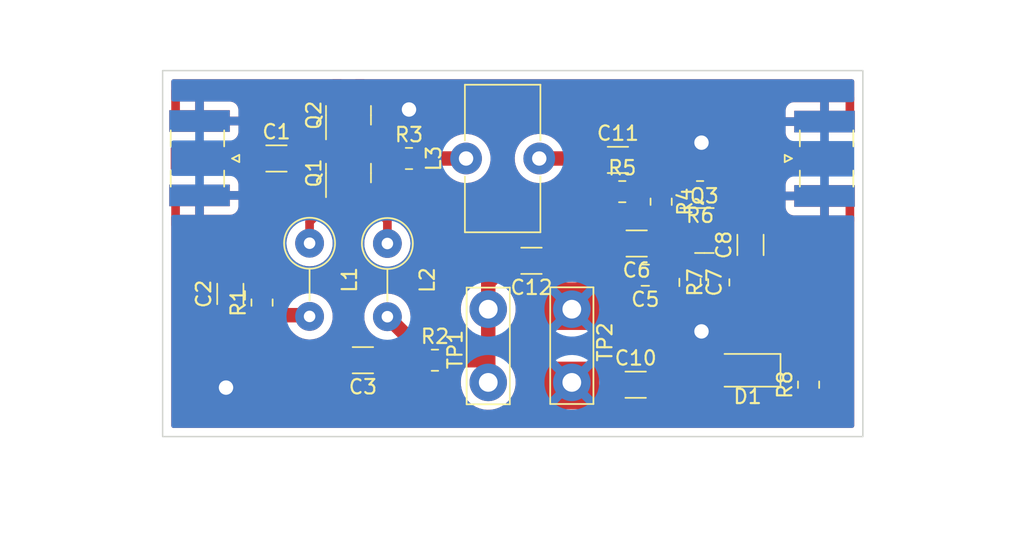
<source format=kicad_pcb>
(kicad_pcb (version 20211014) (generator pcbnew)
  (layers (0 "F.Cu" signal) (31 "B.Cu" signal) (34 "B.Paste" user) (35 "F.Paste" user) (36 "B.SilkS" user "B.Silkscreen") (37 "F.SilkS" user "F.Silkscreen") (38 "B.Mask" user) (39 "F.Mask" user) (44 "Edge.Cuts" user))
  (net 0 "")
  (net 1 "Net-(C1-Pad1)")
  (net 2 "Net-(C1-Pad2)")
  (net 3 "Net-(C2-Pad1)")
  (net 4 "GND")
  (net 5 "Net-(C3-Pad1)")
  (net 6 "+12V")
  (net 7 "Net-(C7-Pad1)")
  (net 8 "Net-(C8-Pad2)")
  (net 9 "Net-(D1-Pad1)")
  (net 10 "Net-(L2-Pad1)")
  (net 11 "Net-(L3-Pad1)")
  (net 12 "Net-(Q3-Pad1)")
  (net 13 "Net-(C11-Pad2)")
  (net 14 "Net-(C11-Pad1)")
  (footprint "Resistor_SMD:R_0805_2012Metric" (layer "F.Cu") (at 232.3 122.3)
    (fp_text reference "R5" (at 0 -1.65) (layer "F.SilkS"))
    (fp_text value "1k")
    (fp_line (start -0.227064 -0.735) (end 0.227064 -0.735) (layer "F.SilkS") (width 0.12))
    (fp_line (start -0.227064 0.735) (end 0.227064 0.735) (layer "F.SilkS") (width 0.12))
    (pad "1" smd roundrect (at -0.9125 0) (size 1.025 1.4) (layers "F.Cu" "F.Paste" "F.Mask") (roundrect_rratio 0.243902439) (net 4 "GND"))
    (pad "2" smd roundrect (at 0.9125 0) (size 1.025 1.4) (layers "F.Cu" "F.Paste" "F.Mask") (roundrect_rratio 0.243902439) (net 13 "Net-(C11-Pad2)"))
  )
  (footprint "current-supply:SMA-edge-mount" (layer "F.Cu") (at 202.9625 120 -90)
    (fp_text reference "J1" hide)
    (fp_text value "RFIN")
    (fp_line (start 0.84 2) (end 1.95 2) (layer "F.SilkS") (width 0.12))
    (fp_line (start -1.95 2) (end -0.84 2) (layer "F.SilkS") (width 0.12))
    (fp_line (start 0.25 -2.76) (end -0.25 -2.76) (layer "F.SilkS") (width 0.12))
    (fp_line (start -0.25 -2.76) (end 0 -2.26) (layer "F.SilkS") (width 0.12))
    (fp_line (start 0.84 -1.71) (end 1.95 -1.71) (layer "F.SilkS") (width 0.12))
    (fp_line (start 0 -2.26) (end 0.25 -2.76) (layer "F.SilkS") (width 0.12))
    (fp_line (start -1.95 -1.71) (end -0.84 -1.71) (layer "F.SilkS") (width 0.12))
    (pad "1" smd rect (at 0 0.2 270) (size 1.5 3.6) (layers "F.Cu" "F.Paste" "F.Mask") (net 1 "Net-(C1-Pad1)"))
    (pad "2" smd rect (at -2.6 0 270) (size 1.5 4.2) (layers "F.Cu" "F.Paste" "F.Mask") (net 4 "GND"))
    (pad "2" smd rect (at 2.56 0 270) (size 1.5 4.2) (layers "B.Cu" "B.Paste" "B.Mask") (net 4 "GND"))
    (pad "2" smd rect (at 2.56 0 270) (size 1.5 4.2) (layers "F.Cu" "F.Paste" "F.Mask") (net 4 "GND"))
    (pad "2" smd rect (at -2.6 0 270) (size 1.5 4.2) (layers "B.Cu" "B.Paste" "B.Mask") (net 4 "GND"))
  )
  (footprint "Capacitor_SMD:C_1206_3216Metric" (layer "F.Cu") (at 208.3 120)
    (fp_text reference "C1" (at 0 -1.85) (layer "F.SilkS"))
    (fp_text value "100n")
    (fp_line (start -0.711252 0.91) (end 0.711252 0.91) (layer "F.SilkS") (width 0.12))
    (fp_line (start -0.711252 -0.91) (end 0.711252 -0.91) (layer "F.SilkS") (width 0.12))
    (pad "1" smd roundrect (at -1.475 0) (size 1.15 1.8) (layers "F.Cu" "F.Paste" "F.Mask") (roundrect_rratio 0.2173913043) (net 1 "Net-(C1-Pad1)"))
    (pad "2" smd roundrect (at 1.475 0) (size 1.15 1.8) (layers "F.Cu" "F.Paste" "F.Mask") (roundrect_rratio 0.2173913043) (net 2 "Net-(C1-Pad2)"))
  )
  (footprint "current-supply:SMA-edge-mount" (layer "F.Cu") (at 246.3375 120 90)
    (fp_text reference "J2" hide)
    (fp_text value "RFOUT")
    (fp_line (start -0.25 -2.76) (end 0 -2.26) (layer "F.SilkS") (width 0.12))
    (fp_line (start 0.25 -2.76) (end -0.25 -2.76) (layer "F.SilkS") (width 0.12))
    (fp_line (start -1.95 -1.71) (end -0.84 -1.71) (layer "F.SilkS") (width 0.12))
    (fp_line (start 0.84 -1.71) (end 1.95 -1.71) (layer "F.SilkS") (width 0.12))
    (fp_line (start 0.84 2) (end 1.95 2) (layer "F.SilkS") (width 0.12))
    (fp_line (start -1.95 2) (end -0.84 2) (layer "F.SilkS") (width 0.12))
    (fp_line (start 0 -2.26) (end 0.25 -2.76) (layer "F.SilkS") (width 0.12))
    (pad "1" smd rect (at 0 0.2 90) (size 1.5 3.6) (layers "F.Cu" "F.Paste" "F.Mask") (net 8 "Net-(C8-Pad2)"))
    (pad "2" smd rect (at -2.6 0 90) (size 1.5 4.2) (layers "B.Cu" "B.Paste" "B.Mask") (net 4 "GND"))
    (pad "2" smd rect (at 2.56 0 90) (size 1.5 4.2) (layers "F.Cu" "F.Paste" "F.Mask") (net 4 "GND"))
    (pad "2" smd rect (at 2.56 0 90) (size 1.5 4.2) (layers "B.Cu" "B.Paste" "B.Mask") (net 4 "GND"))
    (pad "2" smd rect (at -2.6 0 90) (size 1.5 4.2) (layers "F.Cu" "F.Paste" "F.Mask") (net 4 "GND"))
  )
  (footprint "Inductor_THT:L_Toroid_Vertical_L10.0mm_W5.0mm_P5.08mm" (layer "F.Cu") (at 221.46 120 90)
    (fp_text reference "L3" (at 0 -2.25 90) (layer "F.SilkS"))
    (fp_text value "3u8")
    (fp_line (start -5.12 5.16) (end -1.255 5.16) (layer "F.SilkS") (width 0.12))
    (fp_line (start -5.12 -0.08) (end -1.255 -0.08) (layer "F.SilkS") (width 0.12))
    (fp_line (start -5.12 -0.08) (end -5.12 5.16) (layer "F.SilkS") (width 0.12))
    (fp_line (start 1.255 5.16) (end 5.12 5.16) (layer "F.SilkS") (width 0.12))
    (fp_line (start 1.255 -0.08) (end 5.12 -0.08) (layer "F.SilkS") (width 0.12))
    (fp_line (start 5.12 -0.08) (end 5.12 5.16) (layer "F.SilkS") (width 0.12))
    (pad "1" thru_hole circle (at 0 0 90) (size 2.2 2.2) (drill 1) (layers *.Cu *.Mask) (net 11 "Net-(L3-Pad1)"))
    (pad "2" thru_hole circle (at 0 5.08 90) (size 2.2 2.2) (drill 1) (layers *.Cu *.Mask) (net 14 "Net-(C11-Pad1)"))
  )
  (footprint "Resistor_SMD:R_0805_2012Metric" (layer "F.Cu") (at 237.7 122.3 180)
    (fp_text reference "R6" (at 0 -1.65) (layer "F.SilkS"))
    (fp_text value "10")
    (fp_line (start -0.227064 -0.735) (end 0.227064 -0.735) (layer "F.SilkS") (width 0.12))
    (fp_line (start -0.227064 0.735) (end 0.227064 0.735) (layer "F.SilkS") (width 0.12))
    (pad "1" smd roundrect (at -0.9125 0 180) (size 1.025 1.4) (layers "F.Cu" "F.Paste" "F.Mask") (roundrect_rratio 0.243902439) (net 12 "Net-(Q3-Pad1)"))
    (pad "2" smd roundrect (at 0.9125 0 180) (size 1.025 1.4) (layers "F.Cu" "F.Paste" "F.Mask") (roundrect_rratio 0.243902439) (net 13 "Net-(C11-Pad2)"))
  )
  (footprint "Resistor_SMD:R_0805_2012Metric" (layer "F.Cu") (at 207.3 130 90)
    (fp_text reference "R1" (at 0 -1.65 90) (layer "F.SilkS"))
    (fp_text value "47")
    (fp_line (start -0.227064 -0.735) (end 0.227064 -0.735) (layer "F.SilkS") (width 0.12))
    (fp_line (start -0.227064 0.735) (end 0.227064 0.735) (layer "F.SilkS") (width 0.12))
    (pad "1" smd roundrect (at -0.9125 0 90) (size 1.025 1.4) (layers "F.Cu" "F.Paste" "F.Mask") (roundrect_rratio 0.243902439) (net 3 "Net-(C2-Pad1)"))
    (pad "2" smd roundrect (at 0.9125 0 90) (size 1.025 1.4) (layers "F.Cu" "F.Paste" "F.Mask") (roundrect_rratio 0.243902439) (net 4 "GND"))
  )
  (footprint "Inductor_THT:L_Axial_L7.0mm_D3.3mm_P5.08mm_Vertical_Fastron_MICC" (layer "F.Cu") (at 210.6 125.88 -90)
    (fp_text reference "L1" (at 2.54 -2.77 90) (layer "F.SilkS"))
    (fp_text value "1m")
    (fp_line (start 1.77 0) (end 3.98 0) (layer "F.SilkS") (width 0.12))
    (fp_circle (center 0 0) (end 1.77 0) (layer "F.SilkS") (width 0.12) (fill none))
    (pad "1" thru_hole circle (at 0 0 270) (size 2 2) (drill 0.8) (layers *.Cu *.Mask) (net 2 "Net-(C1-Pad2)"))
    (pad "2" thru_hole oval (at 5.08 0 270) (size 2 2) (drill 0.8) (layers *.Cu *.Mask) (net 3 "Net-(C2-Pad1)"))
  )
  (footprint "Resistor_SMD:R_0805_2012Metric" (layer "F.Cu") (at 235 123 -90)
    (fp_text reference "R4" (at 0 -1.65 90) (layer "F.SilkS"))
    (fp_text value "1k")
    (fp_line (start -0.227064 -0.735) (end 0.227064 -0.735) (layer "F.SilkS") (width 0.12))
    (fp_line (start -0.227064 0.735) (end 0.227064 0.735) (layer "F.SilkS") (width 0.12))
    (pad "1" smd roundrect (at -0.9125 0 270) (size 1.025 1.4) (layers "F.Cu" "F.Paste" "F.Mask") (roundrect_rratio 0.243902439) (net 13 "Net-(C11-Pad2)"))
    (pad "2" smd roundrect (at 0.9125 0 270) (size 1.025 1.4) (layers "F.Cu" "F.Paste" "F.Mask") (roundrect_rratio 0.243902439) (net 6 "+12V"))
  )
  (footprint "Package_TO_SOT_SMD:SOT-23" (layer "F.Cu") (at 213.3 117 90)
    (fp_text reference "Q2" (at 0 -2.4 90) (layer "F.SilkS"))
    (fp_text value "MMBFJ310")
    (fp_line (start 0 1.56) (end -0.65 1.56) (layer "F.SilkS") (width 0.12))
    (fp_line (start 0 -1.56) (end -1.675 -1.56) (layer "F.SilkS") (width 0.12))
    (fp_line (start 0 -1.56) (end 0.65 -1.56) (layer "F.SilkS") (width 0.12))
    (fp_line (start 0 1.56) (end 0.65 1.56) (layer "F.SilkS") (width 0.12))
    (pad "1" smd roundrect (at -0.9375 -0.95 90) (size 1.475 0.6) (layers "F.Cu" "F.Paste" "F.Mask") (net 2 "Net-(C1-Pad2)"))
    (pad "2" smd roundrect (at -0.9375 0.95 90) (size 1.475 0.6) (layers "F.Cu" "F.Paste" "F.Mask") (net 10 "Net-(L2-Pad1)"))
    (pad "3" smd roundrect (at 0.9375 0 90) (size 1.475 0.6) (layers "F.Cu" "F.Paste" "F.Mask") (net 4 "GND"))
  )
  (footprint "Capacitor_SMD:C_1206_3216Metric" (layer "F.Cu") (at 241.2 126 90)
    (fp_text reference "C8" (at 0 -1.85 90) (layer "F.SilkS"))
    (fp_text value "100n")
    (fp_line (start -0.711252 -0.91) (end 0.711252 -0.91) (layer "F.SilkS") (width 0.12))
    (fp_line (start -0.711252 0.91) (end 0.711252 0.91) (layer "F.SilkS") (width 0.12))
    (pad "1" smd roundrect (at -1.475 0 90) (size 1.15 1.8) (layers "F.Cu" "F.Paste" "F.Mask") (roundrect_rratio 0.2173913043) (net 7 "Net-(C7-Pad1)"))
    (pad "2" smd roundrect (at 1.475 0 90) (size 1.15 1.8) (layers "F.Cu" "F.Paste" "F.Mask") (roundrect_rratio 0.2173913043) (net 8 "Net-(C8-Pad2)"))
  )
  (footprint "Package_TO_SOT_SMD:SOT-23" (layer "F.Cu") (at 213.3 121.01 90)
    (fp_text reference "Q1" (at 0 -2.4 90) (layer "F.SilkS"))
    (fp_text value "MMBFJ310")
    (fp_line (start 0 -1.56) (end 0.65 -1.56) (layer "F.SilkS") (width 0.12))
    (fp_line (start 0 -1.56) (end -1.675 -1.56) (layer "F.SilkS") (width 0.12))
    (fp_line (start 0 1.56) (end 0.65 1.56) (layer "F.SilkS") (width 0.12))
    (fp_line (start 0 1.56) (end -0.65 1.56) (layer "F.SilkS") (width 0.12))
    (pad "1" smd roundrect (at -0.9375 -0.95 90) (size 1.475 0.6) (layers "F.Cu" "F.Paste" "F.Mask") (net 2 "Net-(C1-Pad2)"))
    (pad "2" smd roundrect (at -0.9375 0.95 90) (size 1.475 0.6) (layers "F.Cu" "F.Paste" "F.Mask") (net 10 "Net-(L2-Pad1)"))
    (pad "3" smd roundrect (at 0.9375 0 90) (size 1.475 0.6) (layers "F.Cu" "F.Paste" "F.Mask") (net 4 "GND"))
  )
  (footprint "TestPoint:TestPoint_Bridge_Pitch5.08mm_Drill1.3mm" (layer "F.Cu") (at 223 130.46 -90)
    (fp_text reference "TP1" (at 2.8 2.3 -90) (layer "F.SilkS"))
    (fp_text value "PWR+")
    (fp_line (start 6.6 1.5) (end -1.5 1.5) (layer "F.SilkS") (width 0.12))
    (fp_line (start -1.5 -1.5) (end -1.5 1.5) (layer "F.SilkS") (width 0.12))
    (fp_line (start -1.5 -1.5) (end 6.6 -1.5) (layer "F.SilkS") (width 0.12))
    (fp_line (start 6.6 1.5) (end 6.6 -1.5) (layer "F.SilkS") (width 0.12))
    (pad "1" thru_hole circle (at 5.08 0 270) (size 2.6 2.6) (drill 1.3) (layers *.Cu *.Mask) (net 6 "+12V"))
    (pad "1" thru_hole circle (at 0 0 270) (size 2.6 2.6) (drill 1.3) (layers *.Cu *.Mask) (net 6 "+12V"))
  )
  (footprint "Capacitor_SMD:C_1206_3216Metric" (layer "F.Cu") (at 214.3 134 180)
    (fp_text reference "C3" (at 0 -1.85) (layer "F.SilkS"))
    (fp_text value "100n")
    (fp_line (start -0.711252 -0.91) (end 0.711252 -0.91) (layer "F.SilkS") (width 0.12))
    (fp_line (start -0.711252 0.91) (end 0.711252 0.91) (layer "F.SilkS") (width 0.12))
    (pad "1" smd roundrect (at -1.475 0 180) (size 1.15 1.8) (layers "F.Cu" "F.Paste" "F.Mask") (roundrect_rratio 0.2173913043) (net 5 "Net-(C3-Pad1)"))
    (pad "2" smd roundrect (at 1.475 0 180) (size 1.15 1.8) (layers "F.Cu" "F.Paste" "F.Mask") (roundrect_rratio 0.2173913043) (net 4 "GND"))
  )
  (footprint "Capacitor_SMD:C_1206_3216Metric" (layer "F.Cu") (at 233.2325 135.7)
    (fp_text reference "C10" (at 0 -1.85) (layer "F.SilkS"))
    (fp_text value "10u")
    (fp_line (start -0.711252 0.91) (end 0.711252 0.91) (layer "F.SilkS") (width 0.12))
    (fp_line (start -0.711252 -0.91) (end 0.711252 -0.91) (layer "F.SilkS") (width 0.12))
    (pad "1" smd roundrect (at -1.475 0) (size 1.15 1.8) (layers "F.Cu" "F.Paste" "F.Mask") (roundrect_rratio 0.2173913043) (net 4 "GND"))
    (pad "2" smd roundrect (at 1.475 0) (size 1.15 1.8) (layers "F.Cu" "F.Paste" "F.Mask") (roundrect_rratio 0.2173913043) (net 6 "+12V"))
  )
  (footprint "Capacitor_SMD:C_0805_2012Metric" (layer "F.Cu") (at 237 128.6 -90)
    (fp_text reference "C7" (at 0 -1.68 90) (layer "F.SilkS"))
    (fp_text value "20p")
    (fp_line (start -0.261252 -0.735) (end 0.261252 -0.735) (layer "F.SilkS") (width 0.12))
    (fp_line (start -0.261252 0.735) (end 0.261252 0.735) (layer "F.SilkS") (width 0.12))
    (pad "1" smd roundrect (at -0.95 0 270) (size 1 1.45) (layers "F.Cu" "F.Paste" "F.Mask") (net 7 "Net-(C7-Pad1)"))
    (pad "2" smd roundrect (at 0.95 0 270) (size 1 1.45) (layers "F.Cu" "F.Paste" "F.Mask") (net 4 "GND"))
  )
  (footprint "Capacitor_SMD:C_1206_3216Metric" (layer "F.Cu") (at 226 127.1 180)
    (fp_text reference "C12" (at 0 -1.85) (layer "F.SilkS"))
    (fp_text value "100n")
    (fp_line (start -0.711252 0.91) (end 0.711252 0.91) (layer "F.SilkS") (width 0.12))
    (fp_line (start -0.711252 -0.91) (end 0.711252 -0.91) (layer "F.SilkS") (width 0.12))
    (pad "1" smd roundrect (at -1.475 0 180) (size 1.15 1.8) (layers "F.Cu" "F.Paste" "F.Mask") (roundrect_rratio 0.2173913043) (net 4 "GND"))
    (pad "2" smd roundrect (at 1.475 0 180) (size 1.15 1.8) (layers "F.Cu" "F.Paste" "F.Mask") (roundrect_rratio 0.2173913043) (net 6 "+12V"))
  )
  (footprint "Resistor_SMD:R_0805_2012Metric" (layer "F.Cu") (at 239 128.6 90)
    (fp_text reference "R7" (at 0 -1.65 90) (layer "F.SilkS"))
    (fp_text value "1k")
    (fp_line (start -0.227064 -0.735) (end 0.227064 -0.735) (layer "F.SilkS") (width 0.12))
    (fp_line (start -0.227064 0.735) (end 0.227064 0.735) (layer "F.SilkS") (width 0.12))
    (pad "1" smd roundrect (at -0.9125 0 90) (size 1.025 1.4) (layers "F.Cu" "F.Paste" "F.Mask") (roundrect_rratio 0.243902439) (net 4 "GND"))
    (pad "2" smd roundrect (at 0.9125 0 90) (size 1.025 1.4) (layers "F.Cu" "F.Paste" "F.Mask") (roundrect_rratio 0.243902439) (net 7 "Net-(C7-Pad1)"))
  )
  (footprint "Capacitor_SMD:C_0805_2012Metric" (layer "F.Cu") (at 233.9 128.1 180)
    (fp_text reference "C5" (at 0 -1.68) (layer "F.SilkS"))
    (fp_text value "10n")
    (fp_line (start -0.261252 0.735) (end 0.261252 0.735) (layer "F.SilkS") (width 0.12))
    (fp_line (start -0.261252 -0.735) (end 0.261252 -0.735) (layer "F.SilkS") (width 0.12))
    (pad "1" smd roundrect (at -0.95 0 180) (size 1 1.45) (layers "F.Cu" "F.Paste" "F.Mask") (net 6 "+12V"))
    (pad "2" smd roundrect (at 0.95 0 180) (size 1 1.45) (layers "F.Cu" "F.Paste" "F.Mask") (net 4 "GND"))
  )
  (footprint "Capacitor_SMD:C_1206_3216Metric" (layer "F.Cu") (at 205.1 129.4 90)
    (fp_text reference "C2" (at 0 -1.85 90) (layer "F.SilkS"))
    (fp_text value "100n")
    (fp_line (start -0.711252 -0.91) (end 0.711252 -0.91) (layer "F.SilkS") (width 0.12))
    (fp_line (start -0.711252 0.91) (end 0.711252 0.91) (layer "F.SilkS") (width 0.12))
    (pad "1" smd roundrect (at -1.475 0 90) (size 1.15 1.8) (layers "F.Cu" "F.Paste" "F.Mask") (roundrect_rratio 0.2173913043) (net 3 "Net-(C2-Pad1)"))
    (pad "2" smd roundrect (at 1.475 0 90) (size 1.15 1.8) (layers "F.Cu" "F.Paste" "F.Mask") (roundrect_rratio 0.2173913043) (net 4 "GND"))
  )
  (footprint "Inductor_THT:L_Axial_L7.0mm_D3.3mm_P5.08mm_Vertical_Fastron_MICC" (layer "F.Cu") (at 216 125.9 -90)
    (fp_text reference "L2" (at 2.54 -2.77 90) (layer "F.SilkS"))
    (fp_text value "1m")
    (fp_line (start 1.77 0) (end 3.98 0) (layer "F.SilkS") (width 0.12))
    (fp_circle (center 0 0) (end 1.77 0) (layer "F.SilkS") (width 0.12) (fill none))
    (pad "1" thru_hole circle (at 0 0 270) (size 2 2) (drill 0.8) (layers *.Cu *.Mask) (net 10 "Net-(L2-Pad1)"))
    (pad "2" thru_hole oval (at 5.08 0 270) (size 2 2) (drill 0.8) (layers *.Cu *.Mask) (net 5 "Net-(C3-Pad1)"))
  )
  (footprint "Capacitor_SMD:C_1206_3216Metric" (layer "F.Cu") (at 232 120.1)
    (fp_text reference "C11" (at 0 -1.85) (layer "F.SilkS"))
    (fp_text value "100n")
    (fp_line (start -0.711252 -0.91) (end 0.711252 -0.91) (layer "F.SilkS") (width 0.12))
    (fp_line (start -0.711252 0.91) (end 0.711252 0.91) (layer "F.SilkS") (width 0.12))
    (pad "1" smd roundrect (at -1.475 0) (size 1.15 1.8) (layers "F.Cu" "F.Paste" "F.Mask") (roundrect_rratio 0.2173913043) (net 14 "Net-(C11-Pad1)"))
    (pad "2" smd roundrect (at 1.475 0) (size 1.15 1.8) (layers "F.Cu" "F.Paste" "F.Mask") (roundrect_rratio 0.2173913043) (net 13 "Net-(C11-Pad2)"))
  )
  (footprint "Resistor_SMD:R_0805_2012Metric" (layer "F.Cu") (at 217.5 120)
    (fp_text reference "R3" (at 0 -1.65) (layer "F.SilkS"))
    (fp_text value "0")
    (fp_line (start -0.227064 -0.735) (end 0.227064 -0.735) (layer "F.SilkS") (width 0.12))
    (fp_line (start -0.227064 0.735) (end 0.227064 0.735) (layer "F.SilkS") (width 0.12))
    (pad "1" smd roundrect (at -0.9125 0) (size 1.025 1.4) (layers "F.Cu" "F.Paste" "F.Mask") (roundrect_rratio 0.243902439) (net 10 "Net-(L2-Pad1)"))
    (pad "2" smd roundrect (at 0.9125 0) (size 1.025 1.4) (layers "F.Cu" "F.Paste" "F.Mask") (roundrect_rratio 0.243902439) (net 11 "Net-(L3-Pad1)"))
  )
  (footprint "Resistor_SMD:R_0805_2012Metric" (layer "F.Cu") (at 219.3 134)
    (fp_text reference "R2" (at 0 -1.65) (layer "F.SilkS"))
    (fp_text value "330")
    (fp_line (start -0.227064 0.735) (end 0.227064 0.735) (layer "F.SilkS") (width 0.12))
    (fp_line (start -0.227064 -0.735) (end 0.227064 -0.735) (layer "F.SilkS") (width 0.12))
    (pad "1" smd roundrect (at -0.9125 0) (size 1.025 1.4) (layers "F.Cu" "F.Paste" "F.Mask") (roundrect_rratio 0.243902439) (net 5 "Net-(C3-Pad1)"))
    (pad "2" smd roundrect (at 0.9125 0) (size 1.025 1.4) (layers "F.Cu" "F.Paste" "F.Mask") (roundrect_rratio 0.243902439) (net 6 "+12V"))
  )
  (footprint "Package_TO_SOT_SMD:SOT-23" (layer "F.Cu") (at 238 125)
    (fp_text reference "Q3" (at 0 -2.4) (layer "F.SilkS"))
    (fp_text value "MMBTH10")
    (fp_line (start 0 1.56) (end -0.65 1.56) (layer "F.SilkS") (width 0.12))
    (fp_line (start 0 1.56) (end 0.65 1.56) (layer "F.SilkS") (width 0.12))
    (fp_line (start 0 -1.56) (end -1.675 -1.56) (layer "F.SilkS") (width 0.12))
    (fp_line (start 0 -1.56) (end 0.65 -1.56) (layer "F.SilkS") (width 0.12))
    (pad "1" smd roundrect (at -0.9375 -0.95) (size 1.475 0.6) (layers "F.Cu" "F.Paste" "F.Mask") (net 12 "Net-(Q3-Pad1)"))
    (pad "2" smd roundrect (at -0.9375 0.95) (size 1.475 0.6) (layers "F.Cu" "F.Paste" "F.Mask") (net 7 "Net-(C7-Pad1)"))
    (pad "3" smd roundrect (at 0.9375 0) (size 1.475 0.6) (layers "F.Cu" "F.Paste" "F.Mask") (net 6 "+12V"))
  )
  (footprint "TestPoint:TestPoint_Bridge_Pitch5.08mm_Drill1.3mm" (layer "F.Cu") (at 228.8 135.54 90)
    (fp_text reference "TP2" (at 2.8 2.3 90) (layer "F.SilkS"))
    (fp_text value "PWR-")
    (fp_line (start -1.5 -1.5) (end -1.5 1.5) (layer "F.SilkS") (width 0.12))
    (fp_line (start -1.5 -1.5) (end 6.6 -1.5) (layer "F.SilkS") (width 0.12))
    (fp_line (start 6.6 1.5) (end 6.6 -1.5) (layer "F.SilkS") (width 0.12))
    (fp_line (start 6.6 1.5) (end -1.5 1.5) (layer "F.SilkS") (width 0.12))
    (pad "1" thru_hole circle (at 0 0 90) (size 2.6 2.6) (drill 1.3) (layers *.Cu *.Mask) (net 4 "GND"))
    (pad "1" thru_hole circle (at 5.08 0 90) (size 2.6 2.6) (drill 1.3) (layers *.Cu *.Mask) (net 4 "GND"))
  )
  (footprint "LED_SMD:LED_1206_3216Metric" (layer "F.Cu") (at 241 134.7 180)
    (fp_text reference "D1" (at 0 -1.82 180) (layer "F.SilkS"))
    (fp_text value "LED")
    (fp_line (start 1.6 -1.135) (end -2.285 -1.135) (layer "F.SilkS") (width 0.12))
    (fp_line (start -2.285 1.135) (end 1.6 1.135) (layer "F.SilkS") (width 0.12))
    (fp_line (start -2.285 -1.135) (end -2.285 1.135) (layer "F.SilkS") (width 0.12))
    (pad "1" smd roundrect (at -1.4 0 180) (size 1.25 1.75) (layers "F.Cu" "F.Paste" "F.Mask") (roundrect_rratio 0.2) (net 9 "Net-(D1-Pad1)"))
    (pad "2" smd roundrect (at 1.4 0 180) (size 1.25 1.75) (layers "F.Cu" "F.Paste" "F.Mask") (roundrect_rratio 0.2) (net 6 "+12V"))
  )
  (footprint "Capacitor_SMD:C_1206_3216Metric" (layer "F.Cu") (at 233.3 125.9 180)
    (fp_text reference "C6" (at 0 -1.85) (layer "F.SilkS"))
    (fp_text value "100n")
    (fp_line (start -0.711252 -0.91) (end 0.711252 -0.91) (layer "F.SilkS") (width 0.12))
    (fp_line (start -0.711252 0.91) (end 0.711252 0.91) (layer "F.SilkS") (width 0.12))
    (pad "1" smd roundrect (at -1.475 0 180) (size 1.15 1.8) (layers "F.Cu" "F.Paste" "F.Mask") (roundrect_rratio 0.2173913043) (net 6 "+12V"))
    (pad "2" smd roundrect (at 1.475 0 180) (size 1.15 1.8) (layers "F.Cu" "F.Paste" "F.Mask") (roundrect_rratio 0.2173913043) (net 4 "GND"))
  )
  (footprint "Resistor_SMD:R_0805_2012Metric" (layer "F.Cu") (at 245.2325 135.7 90)
    (fp_text reference "R8" (at 0 -1.65 90) (layer "F.SilkS"))
    (fp_text value "20k")
    (fp_line (start -0.227064 -0.735) (end 0.227064 -0.735) (layer "F.SilkS") (width 0.12))
    (fp_line (start -0.227064 0.735) (end 0.227064 0.735) (layer "F.SilkS") (width 0.12))
    (pad "1" smd roundrect (at -0.9125 0 90) (size 1.025 1.4) (layers "F.Cu" "F.Paste" "F.Mask") (roundrect_rratio 0.243902439) (net 4 "GND"))
    (pad "2" smd roundrect (at 0.9125 0 90) (size 1.025 1.4) (layers "F.Cu" "F.Paste" "F.Mask") (roundrect_rratio 0.243902439) (net 9 "Net-(D1-Pad1)"))
  )
  (gr_rect (start 200.4 113.9) (end 249 139.3) (layer "Edge.Cuts") (width 0.1) (fill none))
  (segment (start 202.7625 120) (end 206.825 120) (width 1) (layer "F.Cu") (net 1))
  (segment (start 212.35 121.9475) (end 212.35 122.65) (width 0.6) (layer "F.Cu") (net 2))
  (segment (start 210.6 124.4) (end 210.6 125.88) (width 0.6) (layer "F.Cu") (net 2))
  (segment (start 209.925 119.85) (end 209.775 120) (width 0.6) (layer "F.Cu") (net 2))
  (segment (start 212.35 119.85) (end 209.925 119.85) (width 0.6) (layer "F.Cu") (net 2))
  (segment (start 212.35 119.85) (end 212.35 117.9375) (width 0.6) (layer "F.Cu") (net 2))
  (segment (start 212.35 121.9475) (end 212.35 119.85) (width 0.6) (layer "F.Cu") (net 2))
  (segment (start 212.35 122.65) (end 210.6 124.4) (width 0.6) (layer "F.Cu") (net 2))
  (segment (start 205.1 130.875) (end 210.515 130.875) (width 1) (layer "F.Cu") (net 3))
  (segment (start 210.515 130.875) (end 210.6 130.96) (width 1) (layer "F.Cu") (net 3))
  (segment (start 247.76 117.44) (end 248.1 117.1) (width 0.6) (layer "F.Cu") (net 4))
  (segment (start 248.1 123) (end 248.1 124.3) (width 0.6) (layer "F.Cu") (net 4))
  (segment (start 202.9625 122.56) (end 201.54 122.56) (width 0.6) (layer "F.Cu") (net 4))
  (segment (start 213.3 116.0625) (end 213.3 126.4) (width 0.6) (layer "F.Cu") (net 4))
  (segment (start 248.1 117.1) (end 248.1 115.8) (width 0.6) (layer "F.Cu") (net 4))
  (segment (start 201.9 117.4) (end 201.3 116.8) (width 0.6) (layer "F.Cu") (net 4))
  (segment (start 202.9625 117.4) (end 201.9 117.4) (width 0.6) (layer "F.Cu") (net 4))
  (segment (start 246.3375 117.44) (end 247.76 117.44) (width 0.6) (layer "F.Cu") (net 4))
  (segment (start 201.54 122.56) (end 201.3 122.8) (width 0.6) (layer "F.Cu") (net 4))
  (segment (start 201.3 116.8) (end 201.3 115.3) (width 0.6) (layer "F.Cu") (net 4))
  (segment (start 246.3375 122.6) (end 247.7 122.6) (width 0.6) (layer "F.Cu") (net 4))
  (segment (start 247.7 122.6) (end 248.1 123) (width 0.6) (layer "F.Cu") (net 4))
  (segment (start 201.3 122.8) (end 201.3 124.6) (width 0.6) (layer "F.Cu") (net 4))
  (via (at 217.5 116.6) (size 2) (drill 1) (layers "F.Cu" "B.Cu") (net 4))
  (via (at 204.8 135.9) (size 2) (drill 1) (layers "F.Cu" "B.Cu") (net 4))
  (via (at 237.8 118.9) (size 2) (drill 1) (layers "F.Cu" "B.Cu") (net 4))
  (via (at 237.8 132) (size 2) (drill 1) (layers "F.Cu" "B.Cu") (net 4))
  (segment (start 216 130.98) (end 217.5 132.48) (width 1) (layer "F.Cu") (net 5))
  (segment (start 218.3875 134) (end 217.5 134) (width 1) (layer "F.Cu") (net 5))
  (segment (start 217.5 134) (end 215.775 134) (width 1) (layer "F.Cu") (net 5))
  (segment (start 217.5 132.48) (end 217.5 134) (width 1) (layer "F.Cu") (net 5))
  (segment (start 233.85 132.55) (end 234.9 131.5) (width 1) (layer "F.Cu") (net 6))
  (segment (start 233.85 132.8425) (end 235.7075 134.7) (width 1) (layer "F.Cu") (net 6))
  (segment (start 235 124.8) (end 235 123.9125) (width 0.6) (layer "F.Cu") (net 6))
  (segment (start 234.775 125.9) (end 234.775 124.1375) (width 1) (layer "F.Cu") (net 6))
  (segment (start 233.4 133) (end 233.85 132.55) (width 1) (layer "F.Cu") (net 6))
  (segment (start 223 134.3) (end 223 133) (width 1) (layer "F.Cu") (net 6))
  (segment (start 223 135.54) (end 223 134.3) (width 1) (layer "F.Cu") (net 6))
  (segment (start 233.85 132.55) (end 233.85 132.8425) (width 1) (layer "F.Cu") (net 6))
  (segment (start 223 130.46) (end 223 128.625) (width 1) (layer "F.Cu") (net 6))
  (segment (start 223 128.625) (end 224.525 127.1) (width 1) (layer "F.Cu") (net 6))
  (segment (start 234.85 128.1) (end 234.85 125.975) (width 1) (layer "F.Cu") (net 6))
  (segment (start 234.9 131.5) (end 234.9 128.15) (width 1) (layer "F.Cu") (net 6))
  (segment (start 234.85 125.975) (end 234.775 125.9) (width 1) (layer "F.Cu") (net 6))
  (segment (start 223.525 136.065) (end 223 135.54) (width 1) (layer "F.Cu") (net 6))
  (segment (start 220.2125 134) (end 222.7 134) (width 1) (layer "F.Cu") (net 6))
  (segment (start 239.6925 134.7) (end 235.7075 134.7) (width 1) (layer "F.Cu") (net 6))
  (segment (start 238.9375 125) (end 235.2 125) (width 0.6) (layer "F.Cu") (net 6))
  (segment (start 235.2 125) (end 235 124.8) (width 0.6) (layer "F.Cu") (net 6))
  (segment (start 223 133) (end 233.4 133) (width 1) (layer "F.Cu") (net 6))
  (segment (start 234.9 128.15) (end 234.85 128.1) (width 1) (layer "F.Cu") (net 6))
  (segment (start 223 133) (end 223 130.46) (width 1) (layer "F.Cu") (net 6))
  (segment (start 222.7 134) (end 223 134.3) (width 1) (layer "F.Cu") (net 6))
  (segment (start 235.7075 134.7) (end 234.7075 135.7) (width 1) (layer "F.Cu") (net 6))
  (segment (start 234.775 124.1375) (end 235 123.9125) (width 1) (layer "F.Cu") (net 6))
  (segment (start 238.55 125.95) (end 239 126.4) (width 0.6) (layer "F.Cu") (net 7))
  (segment (start 239 126.4) (end 239 127.6875) (width 0.6) (layer "F.Cu") (net 7))
  (segment (start 239 127.6875) (end 240.9875 127.6875) (width 1) (layer "F.Cu") (net 7))
  (segment (start 237.0625 125.95) (end 238.55 125.95) (width 0.6) (layer "F.Cu") (net 7))
  (segment (start 238.9625 127.65) (end 239 127.6875) (width 1) (layer "F.Cu") (net 7))
  (segment (start 240.9875 127.6875) (end 241.2 127.475) (width 1) (layer "F.Cu") (net 7))
  (segment (start 237 127.65) (end 238.9625 127.65) (width 1) (layer "F.Cu") (net 7))
  (segment (start 241.2 121.2) (end 241.2 124.525) (width 1) (layer "F.Cu") (net 8))
  (segment (start 246.5375 120) (end 242.4 120) (width 1) (layer "F.Cu") (net 8))
  (segment (start 242.4 120) (end 241.2 121.2) (width 1) (layer "F.Cu") (net 8))
  (segment (start 242.32 134.7875) (end 242.2325 134.7) (width 1) (layer "F.Cu") (net 9))
  (segment (start 245.2325 134.7875) (end 242.32 134.7875) (width 1) (layer "F.Cu") (net 9))
  (segment (start 214.25 117.9375) (end 214.25 120.25) (width 0.6) (layer "F.Cu") (net 10))
  (segment (start 214.25 121.9475) (end 214.25 122.55) (width 0.6) (layer "F.Cu") (net 10))
  (segment (start 216 124.3) (end 216 125.9) (width 0.6) (layer "F.Cu") (net 10))
  (segment (start 214.25 120.25) (end 214.25 121.9475) (width 0.6) (layer "F.Cu") (net 10))
  (segment (start 216.5875 120) (end 214.5 120) (width 0.6) (layer "F.Cu") (net 10))
  (segment (start 214.25 122.55) (end 216 124.3) (width 0.6) (layer "F.Cu") (net 10))
  (segment (start 214.5 120) (end 214.25 120.25) (width 0.6) (layer "F.Cu") (net 10))
  (segment (start 218.4125 120) (end 221.46 120) (width 1) (layer "F.Cu") (net 11))
  (segment (start 238.65 124.05) (end 238.65 122.3375) (width 0.6) (layer "F.Cu") (net 12))
  (segment (start 238.65 122.3375) (end 238.6125 122.3) (width 0.6) (layer "F.Cu") (net 12))
  (segment (start 237.0625 124.05) (end 238.65 124.05) (width 0.6) (layer "F.Cu") (net 12))
  (segment (start 233.425 122.0875) (end 235 122.0875) (width 1) (layer "F.Cu") (net 13))
  (segment (start 235 122.0875) (end 236.575 122.0875) (width 1) (layer "F.Cu") (net 13))
  (segment (start 233.475 120.1) (end 233.475 122.0375) (width 1) (layer "F.Cu") (net 13))
  (segment (start 233.475 120.1) (end 233.575 120) (width 1) (layer "F.Cu") (net 13))
  (segment (start 233.475 122.0375) (end 233.2125 122.3) (width 1) (layer "F.Cu") (net 13))
  (segment (start 236.575 122.0875) (end 236.7875 122.3) (width 1) (layer "F.Cu") (net 13))
  (segment (start 233.2125 122.3) (end 233.425 122.0875) (width 1) (layer "F.Cu") (net 13))
  (segment (start 230.425 120) (end 230.525 120.1) (width 1) (layer "F.Cu") (net 14))
  (segment (start 226.54 120) (end 230.425 120) (width 1) (layer "F.Cu") (net 14))
  (zone (net 10) (net_name "Net-(L2-Pad1)") (layer "F.Cu") (connect_pads yes (clearance 0.508)) (min_thickness 0.254) (fill yes (thermal_gap 0.508) (thermal_bridge_width 0.508))
    (polygon (pts (xy 217.1 120.5) (xy 214.5 120.5) (xy 214.5 119.5) (xy 217.1 119.5)))
  )
  (zone (net 2) (net_name "Net-(C1-Pad2)") (layer "F.Cu") (connect_pads yes (clearance 0.508)) (min_thickness 0.254) (fill yes (thermal_gap 0.508) (thermal_bridge_width 0.508))
    (polygon (pts (xy 212.3 120.5) (xy 209.7 120.5) (xy 209.7 119.5) (xy 212.3 119.5)))
  )
  (zone (net 4) (net_name "GND") (layer "F.Cu") (connect_pads yes (clearance 0.508)) (min_thickness 0.254) (fill yes (thermal_gap 0.508) (thermal_bridge_width 0.508))
    (polygon (pts (xy 214.4 116.6) (xy 212.2 116.6) (xy 212.2 114.5) (xy 214.4 114.5)))
  )
  (zone (net 4) (net_name "GND") (layer "F.Cu") (connect_pads yes (clearance 0.6)) (min_thickness 0.3) (fill yes (thermal_gap 0.6) (thermal_bridge_width 0.6))
    (polygon (pts (xy 230.7 137.4) (xy 226.9 137.4) (xy 226.9 128.6) (xy 230.7 128.6)))
  )
  (zone (net 4) (net_name "GND") (layers F&B.Cu) (connect_pads (clearance 0.6)) (min_thickness 0.3) (fill yes (thermal_gap 0.6) (thermal_bridge_width 0.6))
    (polygon (pts (xy 250 146) (xy 198 146) (xy 198 109) (xy 250 109)))
  )
)
</source>
